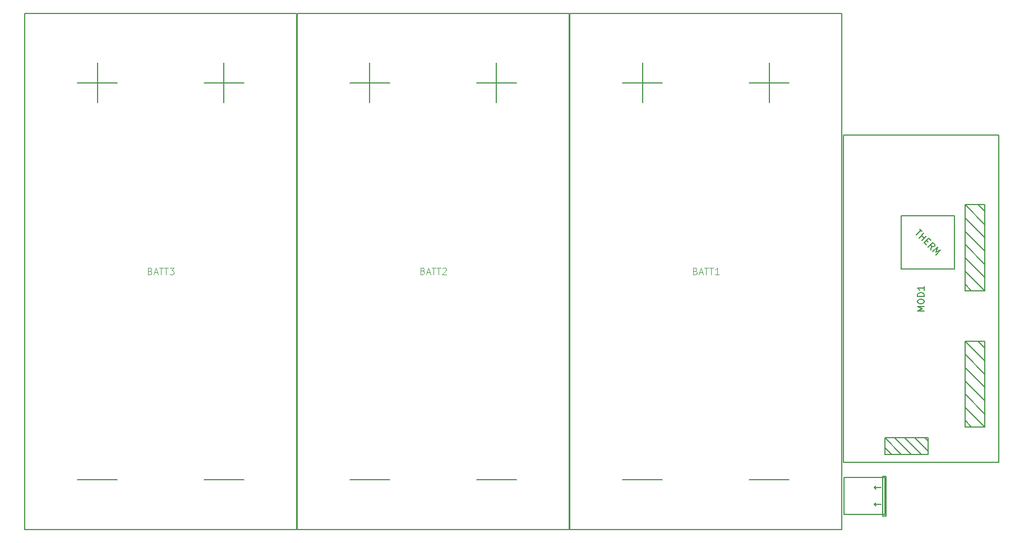
<source format=gbr>
G04 #@! TF.GenerationSoftware,KiCad,Pcbnew,(5.0.2)-1*
G04 #@! TF.CreationDate,2019-03-16T18:46:31-04:00*
G04 #@! TF.ProjectId,2p3s-pwr-pack,32703373-2d70-4777-922d-7061636b2e6b,V1*
G04 #@! TF.SameCoordinates,Original*
G04 #@! TF.FileFunction,Other,Fab,Top*
%FSLAX46Y46*%
G04 Gerber Fmt 4.6, Leading zero omitted, Abs format (unit mm)*
G04 Created by KiCad (PCBNEW (5.0.2)-1) date 3/16/2019 6:46:31 PM*
%MOMM*%
%LPD*%
G01*
G04 APERTURE LIST*
%ADD10C,0.150000*%
%ADD11C,0.100000*%
G04 APERTURE END LIST*
D10*
G04 #@! TO.C,BATT1*
X167840001Y-75075001D02*
X173840001Y-75075001D01*
X170840001Y-72075001D02*
X170840001Y-78075001D01*
X140775001Y-64575001D02*
X181775001Y-64575001D01*
X181775001Y-64575001D02*
X181775001Y-142575001D01*
X167840001Y-75075001D02*
X173840001Y-75075001D01*
X167840001Y-135075001D02*
X173840001Y-135075001D01*
X170840001Y-72075001D02*
X170840001Y-78075001D01*
X151710001Y-72075001D02*
X151710001Y-78075001D01*
X140775001Y-142575001D02*
X181775001Y-142575001D01*
X140775001Y-64575001D02*
X140775001Y-142575001D01*
X148710001Y-75075001D02*
X154710001Y-75075001D01*
X148710001Y-135075001D02*
X154710001Y-135075001D01*
G04 #@! TO.C,BATT3*
X85540001Y-75075001D02*
X91540001Y-75075001D01*
X88540001Y-72075001D02*
X88540001Y-78075001D01*
X58475001Y-64575001D02*
X99475001Y-64575001D01*
X99475001Y-64575001D02*
X99475001Y-142575001D01*
X85540001Y-75075001D02*
X91540001Y-75075001D01*
X85540001Y-135075001D02*
X91540001Y-135075001D01*
X88540001Y-72075001D02*
X88540001Y-78075001D01*
X69410001Y-72075001D02*
X69410001Y-78075001D01*
X58475001Y-142575001D02*
X99475001Y-142575001D01*
X58475001Y-64575001D02*
X58475001Y-142575001D01*
X66410001Y-75075001D02*
X72410001Y-75075001D01*
X66410001Y-135075001D02*
X72410001Y-135075001D01*
G04 #@! TO.C,MOD1*
X198800000Y-95200000D02*
X198800000Y-103200000D01*
X190800000Y-95200000D02*
X198800000Y-95200000D01*
X190800000Y-103200000D02*
X190800000Y-95200000D01*
X191300000Y-103200000D02*
X190800000Y-103200000D01*
X198800000Y-103200000D02*
X191300000Y-103200000D01*
X194300000Y-128700000D02*
X194800000Y-129200000D01*
X194800000Y-130700000D02*
X192800000Y-128700000D01*
X191300000Y-128700000D02*
X193800000Y-131200000D01*
X189800000Y-128700000D02*
X191300000Y-128700000D01*
X192300000Y-131200000D02*
X189800000Y-128700000D01*
X190800000Y-131200000D02*
X192300000Y-131200000D01*
X188300000Y-128700000D02*
X190800000Y-131200000D01*
X188300000Y-130200000D02*
X189300000Y-131200000D01*
X194800000Y-131200000D02*
X188300000Y-131200000D01*
X194800000Y-128700000D02*
X194800000Y-131200000D01*
X188300000Y-128700000D02*
X194800000Y-128700000D01*
X188300000Y-131200000D02*
X188300000Y-128700000D01*
X200400000Y-93500000D02*
X203400000Y-96500000D01*
X200400000Y-105500000D02*
X201400000Y-106500000D01*
X200400000Y-103500000D02*
X203400000Y-106500000D01*
X200400000Y-97500000D02*
X203400000Y-100500000D01*
X200400000Y-101500000D02*
X200400000Y-103500000D01*
X203400000Y-102500000D02*
X200400000Y-99500000D01*
X203400000Y-104500000D02*
X200400000Y-101500000D01*
X202400000Y-93500000D02*
X203400000Y-94500000D01*
X200400000Y-95500000D02*
X203400000Y-98500000D01*
X203400000Y-106500000D02*
X200400000Y-106500000D01*
X200400000Y-93500000D02*
X203400000Y-93500000D01*
X203400000Y-93500000D02*
X203400000Y-106500000D01*
X200400000Y-93500000D02*
X200400000Y-106500000D01*
X202400000Y-114100000D02*
X203400000Y-115100000D01*
X200400000Y-114100000D02*
X203400000Y-117100000D01*
X200400000Y-126100000D02*
X201400000Y-127100000D01*
X200400000Y-124100000D02*
X203400000Y-127100000D01*
X200400000Y-122100000D02*
X200400000Y-124100000D01*
X203400000Y-125100000D02*
X200400000Y-122100000D01*
X203400000Y-123100000D02*
X200400000Y-120100000D01*
X200400000Y-118100000D02*
X203400000Y-121100000D01*
X200400000Y-116100000D02*
X203400000Y-119100000D01*
X203400000Y-127100000D02*
X200400000Y-127100000D01*
X200400000Y-114100000D02*
X203400000Y-114100000D01*
X203400000Y-114100000D02*
X203400000Y-127100000D01*
X200400000Y-114100000D02*
X200400000Y-127100000D01*
X205550000Y-82950000D02*
X182050000Y-82950000D01*
X205550000Y-132450000D02*
X182050000Y-132450000D01*
X205550000Y-82950000D02*
X205550000Y-132450000D01*
X182050000Y-82950000D02*
X182050000Y-132450000D01*
G04 #@! TO.C,BATT2*
X126681600Y-75055800D02*
X132681600Y-75055800D01*
X129681600Y-72055800D02*
X129681600Y-78055800D01*
X99616600Y-64555800D02*
X140616600Y-64555800D01*
X140616600Y-64555800D02*
X140616600Y-142555800D01*
X126681600Y-75055800D02*
X132681600Y-75055800D01*
X126681600Y-135055800D02*
X132681600Y-135055800D01*
X129681600Y-72055800D02*
X129681600Y-78055800D01*
X110551600Y-72055800D02*
X110551600Y-78055800D01*
X99616600Y-142555800D02*
X140616600Y-142555800D01*
X99616600Y-64555800D02*
X99616600Y-142555800D01*
X107551600Y-75055800D02*
X113551600Y-75055800D01*
X107551600Y-135055800D02*
X113551600Y-135055800D01*
G04 #@! TO.C,P13*
X188450000Y-140500000D02*
X188450000Y-134500000D01*
X188000000Y-134500000D02*
X188450000Y-134500000D01*
X188000000Y-140500000D02*
X188000000Y-134500000D01*
X188450000Y-140500000D02*
X188000000Y-140500000D01*
X186750000Y-136250000D02*
X187000000Y-136500000D01*
X186750000Y-136250000D02*
X187000000Y-136000000D01*
X187750000Y-136250000D02*
X186750000Y-136250000D01*
X186750000Y-138750000D02*
X187000000Y-138500000D01*
X186750000Y-138750000D02*
X187000000Y-139000000D01*
X187750000Y-138750000D02*
X186750000Y-138750000D01*
X188350000Y-140270000D02*
X188350000Y-134730000D01*
X188350000Y-140270000D02*
X182150000Y-140270000D01*
X188350000Y-134730000D02*
X182150000Y-134730000D01*
X182150000Y-140270000D02*
X182150000Y-134730000D01*
G04 #@! TD*
G04 #@! TO.C,BATT1*
D11*
X159679762Y-103503572D02*
X159822620Y-103551191D01*
X159870239Y-103598810D01*
X159917858Y-103694048D01*
X159917858Y-103836905D01*
X159870239Y-103932143D01*
X159822620Y-103979762D01*
X159727381Y-104027381D01*
X159346429Y-104027381D01*
X159346429Y-103027381D01*
X159679762Y-103027381D01*
X159775001Y-103075001D01*
X159822620Y-103122620D01*
X159870239Y-103217858D01*
X159870239Y-103313096D01*
X159822620Y-103408334D01*
X159775001Y-103455953D01*
X159679762Y-103503572D01*
X159346429Y-103503572D01*
X160298810Y-103741667D02*
X160775001Y-103741667D01*
X160203572Y-104027381D02*
X160536905Y-103027381D01*
X160870239Y-104027381D01*
X161060715Y-103027381D02*
X161632143Y-103027381D01*
X161346429Y-104027381D02*
X161346429Y-103027381D01*
X161822620Y-103027381D02*
X162394048Y-103027381D01*
X162108334Y-104027381D02*
X162108334Y-103027381D01*
X163251191Y-104027381D02*
X162679762Y-104027381D01*
X162965477Y-104027381D02*
X162965477Y-103027381D01*
X162870239Y-103170239D01*
X162775001Y-103265477D01*
X162679762Y-103313096D01*
G04 #@! TO.C,BATT3*
X77379762Y-103503572D02*
X77522620Y-103551191D01*
X77570239Y-103598810D01*
X77617858Y-103694048D01*
X77617858Y-103836905D01*
X77570239Y-103932143D01*
X77522620Y-103979762D01*
X77427381Y-104027381D01*
X77046429Y-104027381D01*
X77046429Y-103027381D01*
X77379762Y-103027381D01*
X77475001Y-103075001D01*
X77522620Y-103122620D01*
X77570239Y-103217858D01*
X77570239Y-103313096D01*
X77522620Y-103408334D01*
X77475001Y-103455953D01*
X77379762Y-103503572D01*
X77046429Y-103503572D01*
X77998810Y-103741667D02*
X78475001Y-103741667D01*
X77903572Y-104027381D02*
X78236905Y-103027381D01*
X78570239Y-104027381D01*
X78760715Y-103027381D02*
X79332143Y-103027381D01*
X79046429Y-104027381D02*
X79046429Y-103027381D01*
X79522620Y-103027381D02*
X80094048Y-103027381D01*
X79808334Y-104027381D02*
X79808334Y-103027381D01*
X80332143Y-103027381D02*
X80951191Y-103027381D01*
X80617858Y-103408334D01*
X80760715Y-103408334D01*
X80855953Y-103455953D01*
X80903572Y-103503572D01*
X80951191Y-103598810D01*
X80951191Y-103836905D01*
X80903572Y-103932143D01*
X80855953Y-103979762D01*
X80760715Y-104027381D01*
X80475001Y-104027381D01*
X80379762Y-103979762D01*
X80332143Y-103932143D01*
G04 #@! TO.C,MOD1*
D10*
X193537309Y-97162859D02*
X193941370Y-97566920D01*
X193032233Y-98071996D02*
X193739339Y-97364889D01*
X193469965Y-98509729D02*
X194177072Y-97802622D01*
X193840355Y-98139339D02*
X194244416Y-98543400D01*
X193874026Y-98913790D02*
X194581133Y-98206683D01*
X194581133Y-98880118D02*
X194816835Y-99115820D01*
X194547461Y-99587225D02*
X194210744Y-99250507D01*
X194917851Y-98543400D01*
X195254568Y-98880118D01*
X195254568Y-100294331D02*
X195355583Y-99721912D01*
X194850507Y-99890270D02*
X195557614Y-99183164D01*
X195826988Y-99452538D01*
X195860660Y-99553553D01*
X195860660Y-99620896D01*
X195826988Y-99721912D01*
X195725973Y-99822927D01*
X195624957Y-99856599D01*
X195557614Y-99856599D01*
X195456599Y-99822927D01*
X195187225Y-99553553D01*
X195557614Y-100597377D02*
X196264721Y-99890270D01*
X195995347Y-100631049D01*
X196736125Y-100361675D01*
X196029018Y-101068782D01*
X194252380Y-109533333D02*
X193252380Y-109533333D01*
X193966666Y-109200000D01*
X193252380Y-108866666D01*
X194252380Y-108866666D01*
X193252380Y-108200000D02*
X193252380Y-108009523D01*
X193300000Y-107914285D01*
X193395238Y-107819047D01*
X193585714Y-107771428D01*
X193919047Y-107771428D01*
X194109523Y-107819047D01*
X194204761Y-107914285D01*
X194252380Y-108009523D01*
X194252380Y-108200000D01*
X194204761Y-108295238D01*
X194109523Y-108390476D01*
X193919047Y-108438095D01*
X193585714Y-108438095D01*
X193395238Y-108390476D01*
X193300000Y-108295238D01*
X193252380Y-108200000D01*
X194252380Y-107342857D02*
X193252380Y-107342857D01*
X193252380Y-107104761D01*
X193300000Y-106961904D01*
X193395238Y-106866666D01*
X193490476Y-106819047D01*
X193680952Y-106771428D01*
X193823809Y-106771428D01*
X194014285Y-106819047D01*
X194109523Y-106866666D01*
X194204761Y-106961904D01*
X194252380Y-107104761D01*
X194252380Y-107342857D01*
X194252380Y-105819047D02*
X194252380Y-106390476D01*
X194252380Y-106104761D02*
X193252380Y-106104761D01*
X193395238Y-106200000D01*
X193490476Y-106295238D01*
X193538095Y-106390476D01*
G04 #@! TO.C,BATT2*
D11*
X118521361Y-103484371D02*
X118664219Y-103531990D01*
X118711838Y-103579609D01*
X118759457Y-103674847D01*
X118759457Y-103817704D01*
X118711838Y-103912942D01*
X118664219Y-103960561D01*
X118568980Y-104008180D01*
X118188028Y-104008180D01*
X118188028Y-103008180D01*
X118521361Y-103008180D01*
X118616600Y-103055800D01*
X118664219Y-103103419D01*
X118711838Y-103198657D01*
X118711838Y-103293895D01*
X118664219Y-103389133D01*
X118616600Y-103436752D01*
X118521361Y-103484371D01*
X118188028Y-103484371D01*
X119140409Y-103722466D02*
X119616600Y-103722466D01*
X119045171Y-104008180D02*
X119378504Y-103008180D01*
X119711838Y-104008180D01*
X119902314Y-103008180D02*
X120473742Y-103008180D01*
X120188028Y-104008180D02*
X120188028Y-103008180D01*
X120664219Y-103008180D02*
X121235647Y-103008180D01*
X120949933Y-104008180D02*
X120949933Y-103008180D01*
X121521361Y-103103419D02*
X121568980Y-103055800D01*
X121664219Y-103008180D01*
X121902314Y-103008180D01*
X121997552Y-103055800D01*
X122045171Y-103103419D01*
X122092790Y-103198657D01*
X122092790Y-103293895D01*
X122045171Y-103436752D01*
X121473742Y-104008180D01*
X122092790Y-104008180D01*
G04 #@! TD*
M02*

</source>
